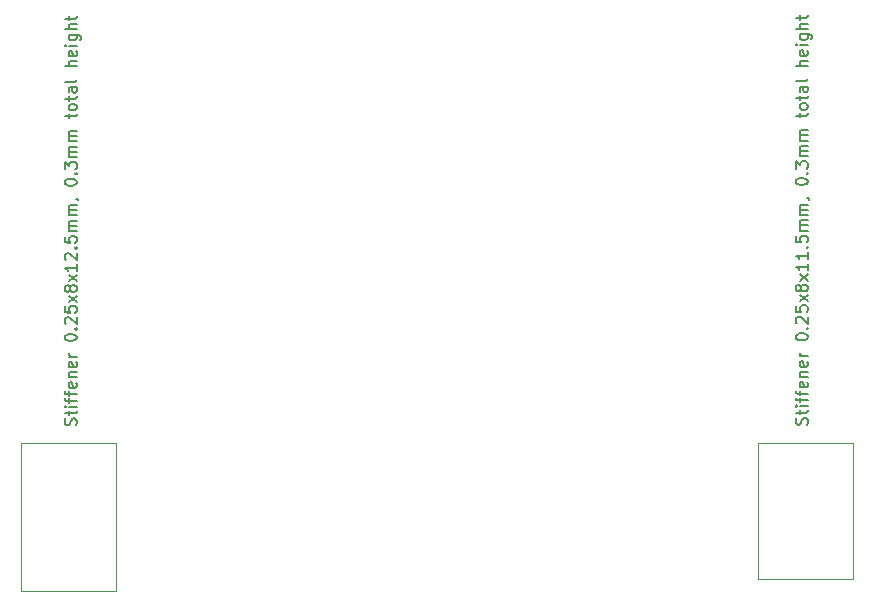
<source format=gbr>
%TF.GenerationSoftware,KiCad,Pcbnew,9.0.3-9.0.3-0~ubuntu24.04.1*%
%TF.CreationDate,2025-09-10T15:10:14+02:00*%
%TF.ProjectId,debix_rpi_22,64656269-785f-4727-9069-5f32322e6b69,rev?*%
%TF.SameCoordinates,Original*%
%TF.FileFunction,Other,ECO2*%
%FSLAX46Y46*%
G04 Gerber Fmt 4.6, Leading zero omitted, Abs format (unit mm)*
G04 Created by KiCad (PCBNEW 9.0.3-9.0.3-0~ubuntu24.04.1) date 2025-09-10 15:10:14*
%MOMM*%
%LPD*%
G01*
G04 APERTURE LIST*
%ADD10C,0.100000*%
%ADD11C,0.150000*%
G04 APERTURE END LIST*
D10*
X117800000Y-129500000D02*
X117800000Y-142000000D01*
X180200000Y-129500000D02*
X172200000Y-129500000D01*
X117800000Y-142000000D02*
X109800000Y-142000000D01*
X109800000Y-142000000D02*
X109800000Y-129500000D01*
X180200000Y-141000000D02*
X172200000Y-141000000D01*
X109800000Y-129500000D02*
X117800000Y-129500000D01*
X172200000Y-141000000D02*
X172200000Y-129500000D01*
X180200000Y-141000000D02*
X180200000Y-129500000D01*
D11*
X176322200Y-127910839D02*
X176369819Y-127767982D01*
X176369819Y-127767982D02*
X176369819Y-127529887D01*
X176369819Y-127529887D02*
X176322200Y-127434649D01*
X176322200Y-127434649D02*
X176274580Y-127387030D01*
X176274580Y-127387030D02*
X176179342Y-127339411D01*
X176179342Y-127339411D02*
X176084104Y-127339411D01*
X176084104Y-127339411D02*
X175988866Y-127387030D01*
X175988866Y-127387030D02*
X175941247Y-127434649D01*
X175941247Y-127434649D02*
X175893628Y-127529887D01*
X175893628Y-127529887D02*
X175846009Y-127720363D01*
X175846009Y-127720363D02*
X175798390Y-127815601D01*
X175798390Y-127815601D02*
X175750771Y-127863220D01*
X175750771Y-127863220D02*
X175655533Y-127910839D01*
X175655533Y-127910839D02*
X175560295Y-127910839D01*
X175560295Y-127910839D02*
X175465057Y-127863220D01*
X175465057Y-127863220D02*
X175417438Y-127815601D01*
X175417438Y-127815601D02*
X175369819Y-127720363D01*
X175369819Y-127720363D02*
X175369819Y-127482268D01*
X175369819Y-127482268D02*
X175417438Y-127339411D01*
X175703152Y-127053696D02*
X175703152Y-126672744D01*
X175369819Y-126910839D02*
X176226961Y-126910839D01*
X176226961Y-126910839D02*
X176322200Y-126863220D01*
X176322200Y-126863220D02*
X176369819Y-126767982D01*
X176369819Y-126767982D02*
X176369819Y-126672744D01*
X176369819Y-126339410D02*
X175703152Y-126339410D01*
X175369819Y-126339410D02*
X175417438Y-126387029D01*
X175417438Y-126387029D02*
X175465057Y-126339410D01*
X175465057Y-126339410D02*
X175417438Y-126291791D01*
X175417438Y-126291791D02*
X175369819Y-126339410D01*
X175369819Y-126339410D02*
X175465057Y-126339410D01*
X175703152Y-126006077D02*
X175703152Y-125625125D01*
X176369819Y-125863220D02*
X175512676Y-125863220D01*
X175512676Y-125863220D02*
X175417438Y-125815601D01*
X175417438Y-125815601D02*
X175369819Y-125720363D01*
X175369819Y-125720363D02*
X175369819Y-125625125D01*
X175703152Y-125434648D02*
X175703152Y-125053696D01*
X176369819Y-125291791D02*
X175512676Y-125291791D01*
X175512676Y-125291791D02*
X175417438Y-125244172D01*
X175417438Y-125244172D02*
X175369819Y-125148934D01*
X175369819Y-125148934D02*
X175369819Y-125053696D01*
X176322200Y-124339410D02*
X176369819Y-124434648D01*
X176369819Y-124434648D02*
X176369819Y-124625124D01*
X176369819Y-124625124D02*
X176322200Y-124720362D01*
X176322200Y-124720362D02*
X176226961Y-124767981D01*
X176226961Y-124767981D02*
X175846009Y-124767981D01*
X175846009Y-124767981D02*
X175750771Y-124720362D01*
X175750771Y-124720362D02*
X175703152Y-124625124D01*
X175703152Y-124625124D02*
X175703152Y-124434648D01*
X175703152Y-124434648D02*
X175750771Y-124339410D01*
X175750771Y-124339410D02*
X175846009Y-124291791D01*
X175846009Y-124291791D02*
X175941247Y-124291791D01*
X175941247Y-124291791D02*
X176036485Y-124767981D01*
X175703152Y-123863219D02*
X176369819Y-123863219D01*
X175798390Y-123863219D02*
X175750771Y-123815600D01*
X175750771Y-123815600D02*
X175703152Y-123720362D01*
X175703152Y-123720362D02*
X175703152Y-123577505D01*
X175703152Y-123577505D02*
X175750771Y-123482267D01*
X175750771Y-123482267D02*
X175846009Y-123434648D01*
X175846009Y-123434648D02*
X176369819Y-123434648D01*
X176322200Y-122577505D02*
X176369819Y-122672743D01*
X176369819Y-122672743D02*
X176369819Y-122863219D01*
X176369819Y-122863219D02*
X176322200Y-122958457D01*
X176322200Y-122958457D02*
X176226961Y-123006076D01*
X176226961Y-123006076D02*
X175846009Y-123006076D01*
X175846009Y-123006076D02*
X175750771Y-122958457D01*
X175750771Y-122958457D02*
X175703152Y-122863219D01*
X175703152Y-122863219D02*
X175703152Y-122672743D01*
X175703152Y-122672743D02*
X175750771Y-122577505D01*
X175750771Y-122577505D02*
X175846009Y-122529886D01*
X175846009Y-122529886D02*
X175941247Y-122529886D01*
X175941247Y-122529886D02*
X176036485Y-123006076D01*
X176369819Y-122101314D02*
X175703152Y-122101314D01*
X175893628Y-122101314D02*
X175798390Y-122053695D01*
X175798390Y-122053695D02*
X175750771Y-122006076D01*
X175750771Y-122006076D02*
X175703152Y-121910838D01*
X175703152Y-121910838D02*
X175703152Y-121815600D01*
X175369819Y-120529885D02*
X175369819Y-120434647D01*
X175369819Y-120434647D02*
X175417438Y-120339409D01*
X175417438Y-120339409D02*
X175465057Y-120291790D01*
X175465057Y-120291790D02*
X175560295Y-120244171D01*
X175560295Y-120244171D02*
X175750771Y-120196552D01*
X175750771Y-120196552D02*
X175988866Y-120196552D01*
X175988866Y-120196552D02*
X176179342Y-120244171D01*
X176179342Y-120244171D02*
X176274580Y-120291790D01*
X176274580Y-120291790D02*
X176322200Y-120339409D01*
X176322200Y-120339409D02*
X176369819Y-120434647D01*
X176369819Y-120434647D02*
X176369819Y-120529885D01*
X176369819Y-120529885D02*
X176322200Y-120625123D01*
X176322200Y-120625123D02*
X176274580Y-120672742D01*
X176274580Y-120672742D02*
X176179342Y-120720361D01*
X176179342Y-120720361D02*
X175988866Y-120767980D01*
X175988866Y-120767980D02*
X175750771Y-120767980D01*
X175750771Y-120767980D02*
X175560295Y-120720361D01*
X175560295Y-120720361D02*
X175465057Y-120672742D01*
X175465057Y-120672742D02*
X175417438Y-120625123D01*
X175417438Y-120625123D02*
X175369819Y-120529885D01*
X176274580Y-119767980D02*
X176322200Y-119720361D01*
X176322200Y-119720361D02*
X176369819Y-119767980D01*
X176369819Y-119767980D02*
X176322200Y-119815599D01*
X176322200Y-119815599D02*
X176274580Y-119767980D01*
X176274580Y-119767980D02*
X176369819Y-119767980D01*
X175465057Y-119339409D02*
X175417438Y-119291790D01*
X175417438Y-119291790D02*
X175369819Y-119196552D01*
X175369819Y-119196552D02*
X175369819Y-118958457D01*
X175369819Y-118958457D02*
X175417438Y-118863219D01*
X175417438Y-118863219D02*
X175465057Y-118815600D01*
X175465057Y-118815600D02*
X175560295Y-118767981D01*
X175560295Y-118767981D02*
X175655533Y-118767981D01*
X175655533Y-118767981D02*
X175798390Y-118815600D01*
X175798390Y-118815600D02*
X176369819Y-119387028D01*
X176369819Y-119387028D02*
X176369819Y-118767981D01*
X175369819Y-117863219D02*
X175369819Y-118339409D01*
X175369819Y-118339409D02*
X175846009Y-118387028D01*
X175846009Y-118387028D02*
X175798390Y-118339409D01*
X175798390Y-118339409D02*
X175750771Y-118244171D01*
X175750771Y-118244171D02*
X175750771Y-118006076D01*
X175750771Y-118006076D02*
X175798390Y-117910838D01*
X175798390Y-117910838D02*
X175846009Y-117863219D01*
X175846009Y-117863219D02*
X175941247Y-117815600D01*
X175941247Y-117815600D02*
X176179342Y-117815600D01*
X176179342Y-117815600D02*
X176274580Y-117863219D01*
X176274580Y-117863219D02*
X176322200Y-117910838D01*
X176322200Y-117910838D02*
X176369819Y-118006076D01*
X176369819Y-118006076D02*
X176369819Y-118244171D01*
X176369819Y-118244171D02*
X176322200Y-118339409D01*
X176322200Y-118339409D02*
X176274580Y-118387028D01*
X176369819Y-117482266D02*
X175703152Y-116958457D01*
X175703152Y-117482266D02*
X176369819Y-116958457D01*
X175798390Y-116434647D02*
X175750771Y-116529885D01*
X175750771Y-116529885D02*
X175703152Y-116577504D01*
X175703152Y-116577504D02*
X175607914Y-116625123D01*
X175607914Y-116625123D02*
X175560295Y-116625123D01*
X175560295Y-116625123D02*
X175465057Y-116577504D01*
X175465057Y-116577504D02*
X175417438Y-116529885D01*
X175417438Y-116529885D02*
X175369819Y-116434647D01*
X175369819Y-116434647D02*
X175369819Y-116244171D01*
X175369819Y-116244171D02*
X175417438Y-116148933D01*
X175417438Y-116148933D02*
X175465057Y-116101314D01*
X175465057Y-116101314D02*
X175560295Y-116053695D01*
X175560295Y-116053695D02*
X175607914Y-116053695D01*
X175607914Y-116053695D02*
X175703152Y-116101314D01*
X175703152Y-116101314D02*
X175750771Y-116148933D01*
X175750771Y-116148933D02*
X175798390Y-116244171D01*
X175798390Y-116244171D02*
X175798390Y-116434647D01*
X175798390Y-116434647D02*
X175846009Y-116529885D01*
X175846009Y-116529885D02*
X175893628Y-116577504D01*
X175893628Y-116577504D02*
X175988866Y-116625123D01*
X175988866Y-116625123D02*
X176179342Y-116625123D01*
X176179342Y-116625123D02*
X176274580Y-116577504D01*
X176274580Y-116577504D02*
X176322200Y-116529885D01*
X176322200Y-116529885D02*
X176369819Y-116434647D01*
X176369819Y-116434647D02*
X176369819Y-116244171D01*
X176369819Y-116244171D02*
X176322200Y-116148933D01*
X176322200Y-116148933D02*
X176274580Y-116101314D01*
X176274580Y-116101314D02*
X176179342Y-116053695D01*
X176179342Y-116053695D02*
X175988866Y-116053695D01*
X175988866Y-116053695D02*
X175893628Y-116101314D01*
X175893628Y-116101314D02*
X175846009Y-116148933D01*
X175846009Y-116148933D02*
X175798390Y-116244171D01*
X176369819Y-115720361D02*
X175703152Y-115196552D01*
X175703152Y-115720361D02*
X176369819Y-115196552D01*
X176369819Y-114291790D02*
X176369819Y-114863218D01*
X176369819Y-114577504D02*
X175369819Y-114577504D01*
X175369819Y-114577504D02*
X175512676Y-114672742D01*
X175512676Y-114672742D02*
X175607914Y-114767980D01*
X175607914Y-114767980D02*
X175655533Y-114863218D01*
X176369819Y-113339409D02*
X176369819Y-113910837D01*
X176369819Y-113625123D02*
X175369819Y-113625123D01*
X175369819Y-113625123D02*
X175512676Y-113720361D01*
X175512676Y-113720361D02*
X175607914Y-113815599D01*
X175607914Y-113815599D02*
X175655533Y-113910837D01*
X176274580Y-112910837D02*
X176322200Y-112863218D01*
X176322200Y-112863218D02*
X176369819Y-112910837D01*
X176369819Y-112910837D02*
X176322200Y-112958456D01*
X176322200Y-112958456D02*
X176274580Y-112910837D01*
X176274580Y-112910837D02*
X176369819Y-112910837D01*
X175369819Y-111958457D02*
X175369819Y-112434647D01*
X175369819Y-112434647D02*
X175846009Y-112482266D01*
X175846009Y-112482266D02*
X175798390Y-112434647D01*
X175798390Y-112434647D02*
X175750771Y-112339409D01*
X175750771Y-112339409D02*
X175750771Y-112101314D01*
X175750771Y-112101314D02*
X175798390Y-112006076D01*
X175798390Y-112006076D02*
X175846009Y-111958457D01*
X175846009Y-111958457D02*
X175941247Y-111910838D01*
X175941247Y-111910838D02*
X176179342Y-111910838D01*
X176179342Y-111910838D02*
X176274580Y-111958457D01*
X176274580Y-111958457D02*
X176322200Y-112006076D01*
X176322200Y-112006076D02*
X176369819Y-112101314D01*
X176369819Y-112101314D02*
X176369819Y-112339409D01*
X176369819Y-112339409D02*
X176322200Y-112434647D01*
X176322200Y-112434647D02*
X176274580Y-112482266D01*
X176369819Y-111482266D02*
X175703152Y-111482266D01*
X175798390Y-111482266D02*
X175750771Y-111434647D01*
X175750771Y-111434647D02*
X175703152Y-111339409D01*
X175703152Y-111339409D02*
X175703152Y-111196552D01*
X175703152Y-111196552D02*
X175750771Y-111101314D01*
X175750771Y-111101314D02*
X175846009Y-111053695D01*
X175846009Y-111053695D02*
X176369819Y-111053695D01*
X175846009Y-111053695D02*
X175750771Y-111006076D01*
X175750771Y-111006076D02*
X175703152Y-110910838D01*
X175703152Y-110910838D02*
X175703152Y-110767981D01*
X175703152Y-110767981D02*
X175750771Y-110672742D01*
X175750771Y-110672742D02*
X175846009Y-110625123D01*
X175846009Y-110625123D02*
X176369819Y-110625123D01*
X176369819Y-110148933D02*
X175703152Y-110148933D01*
X175798390Y-110148933D02*
X175750771Y-110101314D01*
X175750771Y-110101314D02*
X175703152Y-110006076D01*
X175703152Y-110006076D02*
X175703152Y-109863219D01*
X175703152Y-109863219D02*
X175750771Y-109767981D01*
X175750771Y-109767981D02*
X175846009Y-109720362D01*
X175846009Y-109720362D02*
X176369819Y-109720362D01*
X175846009Y-109720362D02*
X175750771Y-109672743D01*
X175750771Y-109672743D02*
X175703152Y-109577505D01*
X175703152Y-109577505D02*
X175703152Y-109434648D01*
X175703152Y-109434648D02*
X175750771Y-109339409D01*
X175750771Y-109339409D02*
X175846009Y-109291790D01*
X175846009Y-109291790D02*
X176369819Y-109291790D01*
X176322200Y-108767981D02*
X176369819Y-108767981D01*
X176369819Y-108767981D02*
X176465057Y-108815600D01*
X176465057Y-108815600D02*
X176512676Y-108863219D01*
X175369819Y-107387029D02*
X175369819Y-107291791D01*
X175369819Y-107291791D02*
X175417438Y-107196553D01*
X175417438Y-107196553D02*
X175465057Y-107148934D01*
X175465057Y-107148934D02*
X175560295Y-107101315D01*
X175560295Y-107101315D02*
X175750771Y-107053696D01*
X175750771Y-107053696D02*
X175988866Y-107053696D01*
X175988866Y-107053696D02*
X176179342Y-107101315D01*
X176179342Y-107101315D02*
X176274580Y-107148934D01*
X176274580Y-107148934D02*
X176322200Y-107196553D01*
X176322200Y-107196553D02*
X176369819Y-107291791D01*
X176369819Y-107291791D02*
X176369819Y-107387029D01*
X176369819Y-107387029D02*
X176322200Y-107482267D01*
X176322200Y-107482267D02*
X176274580Y-107529886D01*
X176274580Y-107529886D02*
X176179342Y-107577505D01*
X176179342Y-107577505D02*
X175988866Y-107625124D01*
X175988866Y-107625124D02*
X175750771Y-107625124D01*
X175750771Y-107625124D02*
X175560295Y-107577505D01*
X175560295Y-107577505D02*
X175465057Y-107529886D01*
X175465057Y-107529886D02*
X175417438Y-107482267D01*
X175417438Y-107482267D02*
X175369819Y-107387029D01*
X176274580Y-106625124D02*
X176322200Y-106577505D01*
X176322200Y-106577505D02*
X176369819Y-106625124D01*
X176369819Y-106625124D02*
X176322200Y-106672743D01*
X176322200Y-106672743D02*
X176274580Y-106625124D01*
X176274580Y-106625124D02*
X176369819Y-106625124D01*
X175369819Y-106244172D02*
X175369819Y-105625125D01*
X175369819Y-105625125D02*
X175750771Y-105958458D01*
X175750771Y-105958458D02*
X175750771Y-105815601D01*
X175750771Y-105815601D02*
X175798390Y-105720363D01*
X175798390Y-105720363D02*
X175846009Y-105672744D01*
X175846009Y-105672744D02*
X175941247Y-105625125D01*
X175941247Y-105625125D02*
X176179342Y-105625125D01*
X176179342Y-105625125D02*
X176274580Y-105672744D01*
X176274580Y-105672744D02*
X176322200Y-105720363D01*
X176322200Y-105720363D02*
X176369819Y-105815601D01*
X176369819Y-105815601D02*
X176369819Y-106101315D01*
X176369819Y-106101315D02*
X176322200Y-106196553D01*
X176322200Y-106196553D02*
X176274580Y-106244172D01*
X176369819Y-105196553D02*
X175703152Y-105196553D01*
X175798390Y-105196553D02*
X175750771Y-105148934D01*
X175750771Y-105148934D02*
X175703152Y-105053696D01*
X175703152Y-105053696D02*
X175703152Y-104910839D01*
X175703152Y-104910839D02*
X175750771Y-104815601D01*
X175750771Y-104815601D02*
X175846009Y-104767982D01*
X175846009Y-104767982D02*
X176369819Y-104767982D01*
X175846009Y-104767982D02*
X175750771Y-104720363D01*
X175750771Y-104720363D02*
X175703152Y-104625125D01*
X175703152Y-104625125D02*
X175703152Y-104482268D01*
X175703152Y-104482268D02*
X175750771Y-104387029D01*
X175750771Y-104387029D02*
X175846009Y-104339410D01*
X175846009Y-104339410D02*
X176369819Y-104339410D01*
X176369819Y-103863220D02*
X175703152Y-103863220D01*
X175798390Y-103863220D02*
X175750771Y-103815601D01*
X175750771Y-103815601D02*
X175703152Y-103720363D01*
X175703152Y-103720363D02*
X175703152Y-103577506D01*
X175703152Y-103577506D02*
X175750771Y-103482268D01*
X175750771Y-103482268D02*
X175846009Y-103434649D01*
X175846009Y-103434649D02*
X176369819Y-103434649D01*
X175846009Y-103434649D02*
X175750771Y-103387030D01*
X175750771Y-103387030D02*
X175703152Y-103291792D01*
X175703152Y-103291792D02*
X175703152Y-103148935D01*
X175703152Y-103148935D02*
X175750771Y-103053696D01*
X175750771Y-103053696D02*
X175846009Y-103006077D01*
X175846009Y-103006077D02*
X176369819Y-103006077D01*
X175703152Y-101910839D02*
X175703152Y-101529887D01*
X175369819Y-101767982D02*
X176226961Y-101767982D01*
X176226961Y-101767982D02*
X176322200Y-101720363D01*
X176322200Y-101720363D02*
X176369819Y-101625125D01*
X176369819Y-101625125D02*
X176369819Y-101529887D01*
X176369819Y-101053696D02*
X176322200Y-101148934D01*
X176322200Y-101148934D02*
X176274580Y-101196553D01*
X176274580Y-101196553D02*
X176179342Y-101244172D01*
X176179342Y-101244172D02*
X175893628Y-101244172D01*
X175893628Y-101244172D02*
X175798390Y-101196553D01*
X175798390Y-101196553D02*
X175750771Y-101148934D01*
X175750771Y-101148934D02*
X175703152Y-101053696D01*
X175703152Y-101053696D02*
X175703152Y-100910839D01*
X175703152Y-100910839D02*
X175750771Y-100815601D01*
X175750771Y-100815601D02*
X175798390Y-100767982D01*
X175798390Y-100767982D02*
X175893628Y-100720363D01*
X175893628Y-100720363D02*
X176179342Y-100720363D01*
X176179342Y-100720363D02*
X176274580Y-100767982D01*
X176274580Y-100767982D02*
X176322200Y-100815601D01*
X176322200Y-100815601D02*
X176369819Y-100910839D01*
X176369819Y-100910839D02*
X176369819Y-101053696D01*
X175703152Y-100434648D02*
X175703152Y-100053696D01*
X175369819Y-100291791D02*
X176226961Y-100291791D01*
X176226961Y-100291791D02*
X176322200Y-100244172D01*
X176322200Y-100244172D02*
X176369819Y-100148934D01*
X176369819Y-100148934D02*
X176369819Y-100053696D01*
X176369819Y-99291791D02*
X175846009Y-99291791D01*
X175846009Y-99291791D02*
X175750771Y-99339410D01*
X175750771Y-99339410D02*
X175703152Y-99434648D01*
X175703152Y-99434648D02*
X175703152Y-99625124D01*
X175703152Y-99625124D02*
X175750771Y-99720362D01*
X176322200Y-99291791D02*
X176369819Y-99387029D01*
X176369819Y-99387029D02*
X176369819Y-99625124D01*
X176369819Y-99625124D02*
X176322200Y-99720362D01*
X176322200Y-99720362D02*
X176226961Y-99767981D01*
X176226961Y-99767981D02*
X176131723Y-99767981D01*
X176131723Y-99767981D02*
X176036485Y-99720362D01*
X176036485Y-99720362D02*
X175988866Y-99625124D01*
X175988866Y-99625124D02*
X175988866Y-99387029D01*
X175988866Y-99387029D02*
X175941247Y-99291791D01*
X176369819Y-98672743D02*
X176322200Y-98767981D01*
X176322200Y-98767981D02*
X176226961Y-98815600D01*
X176226961Y-98815600D02*
X175369819Y-98815600D01*
X176369819Y-97529885D02*
X175369819Y-97529885D01*
X176369819Y-97101314D02*
X175846009Y-97101314D01*
X175846009Y-97101314D02*
X175750771Y-97148933D01*
X175750771Y-97148933D02*
X175703152Y-97244171D01*
X175703152Y-97244171D02*
X175703152Y-97387028D01*
X175703152Y-97387028D02*
X175750771Y-97482266D01*
X175750771Y-97482266D02*
X175798390Y-97529885D01*
X176322200Y-96244171D02*
X176369819Y-96339409D01*
X176369819Y-96339409D02*
X176369819Y-96529885D01*
X176369819Y-96529885D02*
X176322200Y-96625123D01*
X176322200Y-96625123D02*
X176226961Y-96672742D01*
X176226961Y-96672742D02*
X175846009Y-96672742D01*
X175846009Y-96672742D02*
X175750771Y-96625123D01*
X175750771Y-96625123D02*
X175703152Y-96529885D01*
X175703152Y-96529885D02*
X175703152Y-96339409D01*
X175703152Y-96339409D02*
X175750771Y-96244171D01*
X175750771Y-96244171D02*
X175846009Y-96196552D01*
X175846009Y-96196552D02*
X175941247Y-96196552D01*
X175941247Y-96196552D02*
X176036485Y-96672742D01*
X176369819Y-95767980D02*
X175703152Y-95767980D01*
X175369819Y-95767980D02*
X175417438Y-95815599D01*
X175417438Y-95815599D02*
X175465057Y-95767980D01*
X175465057Y-95767980D02*
X175417438Y-95720361D01*
X175417438Y-95720361D02*
X175369819Y-95767980D01*
X175369819Y-95767980D02*
X175465057Y-95767980D01*
X175703152Y-94863219D02*
X176512676Y-94863219D01*
X176512676Y-94863219D02*
X176607914Y-94910838D01*
X176607914Y-94910838D02*
X176655533Y-94958457D01*
X176655533Y-94958457D02*
X176703152Y-95053695D01*
X176703152Y-95053695D02*
X176703152Y-95196552D01*
X176703152Y-95196552D02*
X176655533Y-95291790D01*
X176322200Y-94863219D02*
X176369819Y-94958457D01*
X176369819Y-94958457D02*
X176369819Y-95148933D01*
X176369819Y-95148933D02*
X176322200Y-95244171D01*
X176322200Y-95244171D02*
X176274580Y-95291790D01*
X176274580Y-95291790D02*
X176179342Y-95339409D01*
X176179342Y-95339409D02*
X175893628Y-95339409D01*
X175893628Y-95339409D02*
X175798390Y-95291790D01*
X175798390Y-95291790D02*
X175750771Y-95244171D01*
X175750771Y-95244171D02*
X175703152Y-95148933D01*
X175703152Y-95148933D02*
X175703152Y-94958457D01*
X175703152Y-94958457D02*
X175750771Y-94863219D01*
X176369819Y-94387028D02*
X175369819Y-94387028D01*
X176369819Y-93958457D02*
X175846009Y-93958457D01*
X175846009Y-93958457D02*
X175750771Y-94006076D01*
X175750771Y-94006076D02*
X175703152Y-94101314D01*
X175703152Y-94101314D02*
X175703152Y-94244171D01*
X175703152Y-94244171D02*
X175750771Y-94339409D01*
X175750771Y-94339409D02*
X175798390Y-94387028D01*
X175703152Y-93625123D02*
X175703152Y-93244171D01*
X175369819Y-93482266D02*
X176226961Y-93482266D01*
X176226961Y-93482266D02*
X176322200Y-93434647D01*
X176322200Y-93434647D02*
X176369819Y-93339409D01*
X176369819Y-93339409D02*
X176369819Y-93244171D01*
X114422200Y-127960839D02*
X114469819Y-127817982D01*
X114469819Y-127817982D02*
X114469819Y-127579887D01*
X114469819Y-127579887D02*
X114422200Y-127484649D01*
X114422200Y-127484649D02*
X114374580Y-127437030D01*
X114374580Y-127437030D02*
X114279342Y-127389411D01*
X114279342Y-127389411D02*
X114184104Y-127389411D01*
X114184104Y-127389411D02*
X114088866Y-127437030D01*
X114088866Y-127437030D02*
X114041247Y-127484649D01*
X114041247Y-127484649D02*
X113993628Y-127579887D01*
X113993628Y-127579887D02*
X113946009Y-127770363D01*
X113946009Y-127770363D02*
X113898390Y-127865601D01*
X113898390Y-127865601D02*
X113850771Y-127913220D01*
X113850771Y-127913220D02*
X113755533Y-127960839D01*
X113755533Y-127960839D02*
X113660295Y-127960839D01*
X113660295Y-127960839D02*
X113565057Y-127913220D01*
X113565057Y-127913220D02*
X113517438Y-127865601D01*
X113517438Y-127865601D02*
X113469819Y-127770363D01*
X113469819Y-127770363D02*
X113469819Y-127532268D01*
X113469819Y-127532268D02*
X113517438Y-127389411D01*
X113803152Y-127103696D02*
X113803152Y-126722744D01*
X113469819Y-126960839D02*
X114326961Y-126960839D01*
X114326961Y-126960839D02*
X114422200Y-126913220D01*
X114422200Y-126913220D02*
X114469819Y-126817982D01*
X114469819Y-126817982D02*
X114469819Y-126722744D01*
X114469819Y-126389410D02*
X113803152Y-126389410D01*
X113469819Y-126389410D02*
X113517438Y-126437029D01*
X113517438Y-126437029D02*
X113565057Y-126389410D01*
X113565057Y-126389410D02*
X113517438Y-126341791D01*
X113517438Y-126341791D02*
X113469819Y-126389410D01*
X113469819Y-126389410D02*
X113565057Y-126389410D01*
X113803152Y-126056077D02*
X113803152Y-125675125D01*
X114469819Y-125913220D02*
X113612676Y-125913220D01*
X113612676Y-125913220D02*
X113517438Y-125865601D01*
X113517438Y-125865601D02*
X113469819Y-125770363D01*
X113469819Y-125770363D02*
X113469819Y-125675125D01*
X113803152Y-125484648D02*
X113803152Y-125103696D01*
X114469819Y-125341791D02*
X113612676Y-125341791D01*
X113612676Y-125341791D02*
X113517438Y-125294172D01*
X113517438Y-125294172D02*
X113469819Y-125198934D01*
X113469819Y-125198934D02*
X113469819Y-125103696D01*
X114422200Y-124389410D02*
X114469819Y-124484648D01*
X114469819Y-124484648D02*
X114469819Y-124675124D01*
X114469819Y-124675124D02*
X114422200Y-124770362D01*
X114422200Y-124770362D02*
X114326961Y-124817981D01*
X114326961Y-124817981D02*
X113946009Y-124817981D01*
X113946009Y-124817981D02*
X113850771Y-124770362D01*
X113850771Y-124770362D02*
X113803152Y-124675124D01*
X113803152Y-124675124D02*
X113803152Y-124484648D01*
X113803152Y-124484648D02*
X113850771Y-124389410D01*
X113850771Y-124389410D02*
X113946009Y-124341791D01*
X113946009Y-124341791D02*
X114041247Y-124341791D01*
X114041247Y-124341791D02*
X114136485Y-124817981D01*
X113803152Y-123913219D02*
X114469819Y-123913219D01*
X113898390Y-123913219D02*
X113850771Y-123865600D01*
X113850771Y-123865600D02*
X113803152Y-123770362D01*
X113803152Y-123770362D02*
X113803152Y-123627505D01*
X113803152Y-123627505D02*
X113850771Y-123532267D01*
X113850771Y-123532267D02*
X113946009Y-123484648D01*
X113946009Y-123484648D02*
X114469819Y-123484648D01*
X114422200Y-122627505D02*
X114469819Y-122722743D01*
X114469819Y-122722743D02*
X114469819Y-122913219D01*
X114469819Y-122913219D02*
X114422200Y-123008457D01*
X114422200Y-123008457D02*
X114326961Y-123056076D01*
X114326961Y-123056076D02*
X113946009Y-123056076D01*
X113946009Y-123056076D02*
X113850771Y-123008457D01*
X113850771Y-123008457D02*
X113803152Y-122913219D01*
X113803152Y-122913219D02*
X113803152Y-122722743D01*
X113803152Y-122722743D02*
X113850771Y-122627505D01*
X113850771Y-122627505D02*
X113946009Y-122579886D01*
X113946009Y-122579886D02*
X114041247Y-122579886D01*
X114041247Y-122579886D02*
X114136485Y-123056076D01*
X114469819Y-122151314D02*
X113803152Y-122151314D01*
X113993628Y-122151314D02*
X113898390Y-122103695D01*
X113898390Y-122103695D02*
X113850771Y-122056076D01*
X113850771Y-122056076D02*
X113803152Y-121960838D01*
X113803152Y-121960838D02*
X113803152Y-121865600D01*
X113469819Y-120579885D02*
X113469819Y-120484647D01*
X113469819Y-120484647D02*
X113517438Y-120389409D01*
X113517438Y-120389409D02*
X113565057Y-120341790D01*
X113565057Y-120341790D02*
X113660295Y-120294171D01*
X113660295Y-120294171D02*
X113850771Y-120246552D01*
X113850771Y-120246552D02*
X114088866Y-120246552D01*
X114088866Y-120246552D02*
X114279342Y-120294171D01*
X114279342Y-120294171D02*
X114374580Y-120341790D01*
X114374580Y-120341790D02*
X114422200Y-120389409D01*
X114422200Y-120389409D02*
X114469819Y-120484647D01*
X114469819Y-120484647D02*
X114469819Y-120579885D01*
X114469819Y-120579885D02*
X114422200Y-120675123D01*
X114422200Y-120675123D02*
X114374580Y-120722742D01*
X114374580Y-120722742D02*
X114279342Y-120770361D01*
X114279342Y-120770361D02*
X114088866Y-120817980D01*
X114088866Y-120817980D02*
X113850771Y-120817980D01*
X113850771Y-120817980D02*
X113660295Y-120770361D01*
X113660295Y-120770361D02*
X113565057Y-120722742D01*
X113565057Y-120722742D02*
X113517438Y-120675123D01*
X113517438Y-120675123D02*
X113469819Y-120579885D01*
X114374580Y-119817980D02*
X114422200Y-119770361D01*
X114422200Y-119770361D02*
X114469819Y-119817980D01*
X114469819Y-119817980D02*
X114422200Y-119865599D01*
X114422200Y-119865599D02*
X114374580Y-119817980D01*
X114374580Y-119817980D02*
X114469819Y-119817980D01*
X113565057Y-119389409D02*
X113517438Y-119341790D01*
X113517438Y-119341790D02*
X113469819Y-119246552D01*
X113469819Y-119246552D02*
X113469819Y-119008457D01*
X113469819Y-119008457D02*
X113517438Y-118913219D01*
X113517438Y-118913219D02*
X113565057Y-118865600D01*
X113565057Y-118865600D02*
X113660295Y-118817981D01*
X113660295Y-118817981D02*
X113755533Y-118817981D01*
X113755533Y-118817981D02*
X113898390Y-118865600D01*
X113898390Y-118865600D02*
X114469819Y-119437028D01*
X114469819Y-119437028D02*
X114469819Y-118817981D01*
X113469819Y-117913219D02*
X113469819Y-118389409D01*
X113469819Y-118389409D02*
X113946009Y-118437028D01*
X113946009Y-118437028D02*
X113898390Y-118389409D01*
X113898390Y-118389409D02*
X113850771Y-118294171D01*
X113850771Y-118294171D02*
X113850771Y-118056076D01*
X113850771Y-118056076D02*
X113898390Y-117960838D01*
X113898390Y-117960838D02*
X113946009Y-117913219D01*
X113946009Y-117913219D02*
X114041247Y-117865600D01*
X114041247Y-117865600D02*
X114279342Y-117865600D01*
X114279342Y-117865600D02*
X114374580Y-117913219D01*
X114374580Y-117913219D02*
X114422200Y-117960838D01*
X114422200Y-117960838D02*
X114469819Y-118056076D01*
X114469819Y-118056076D02*
X114469819Y-118294171D01*
X114469819Y-118294171D02*
X114422200Y-118389409D01*
X114422200Y-118389409D02*
X114374580Y-118437028D01*
X114469819Y-117532266D02*
X113803152Y-117008457D01*
X113803152Y-117532266D02*
X114469819Y-117008457D01*
X113898390Y-116484647D02*
X113850771Y-116579885D01*
X113850771Y-116579885D02*
X113803152Y-116627504D01*
X113803152Y-116627504D02*
X113707914Y-116675123D01*
X113707914Y-116675123D02*
X113660295Y-116675123D01*
X113660295Y-116675123D02*
X113565057Y-116627504D01*
X113565057Y-116627504D02*
X113517438Y-116579885D01*
X113517438Y-116579885D02*
X113469819Y-116484647D01*
X113469819Y-116484647D02*
X113469819Y-116294171D01*
X113469819Y-116294171D02*
X113517438Y-116198933D01*
X113517438Y-116198933D02*
X113565057Y-116151314D01*
X113565057Y-116151314D02*
X113660295Y-116103695D01*
X113660295Y-116103695D02*
X113707914Y-116103695D01*
X113707914Y-116103695D02*
X113803152Y-116151314D01*
X113803152Y-116151314D02*
X113850771Y-116198933D01*
X113850771Y-116198933D02*
X113898390Y-116294171D01*
X113898390Y-116294171D02*
X113898390Y-116484647D01*
X113898390Y-116484647D02*
X113946009Y-116579885D01*
X113946009Y-116579885D02*
X113993628Y-116627504D01*
X113993628Y-116627504D02*
X114088866Y-116675123D01*
X114088866Y-116675123D02*
X114279342Y-116675123D01*
X114279342Y-116675123D02*
X114374580Y-116627504D01*
X114374580Y-116627504D02*
X114422200Y-116579885D01*
X114422200Y-116579885D02*
X114469819Y-116484647D01*
X114469819Y-116484647D02*
X114469819Y-116294171D01*
X114469819Y-116294171D02*
X114422200Y-116198933D01*
X114422200Y-116198933D02*
X114374580Y-116151314D01*
X114374580Y-116151314D02*
X114279342Y-116103695D01*
X114279342Y-116103695D02*
X114088866Y-116103695D01*
X114088866Y-116103695D02*
X113993628Y-116151314D01*
X113993628Y-116151314D02*
X113946009Y-116198933D01*
X113946009Y-116198933D02*
X113898390Y-116294171D01*
X114469819Y-115770361D02*
X113803152Y-115246552D01*
X113803152Y-115770361D02*
X114469819Y-115246552D01*
X114469819Y-114341790D02*
X114469819Y-114913218D01*
X114469819Y-114627504D02*
X113469819Y-114627504D01*
X113469819Y-114627504D02*
X113612676Y-114722742D01*
X113612676Y-114722742D02*
X113707914Y-114817980D01*
X113707914Y-114817980D02*
X113755533Y-114913218D01*
X113565057Y-113960837D02*
X113517438Y-113913218D01*
X113517438Y-113913218D02*
X113469819Y-113817980D01*
X113469819Y-113817980D02*
X113469819Y-113579885D01*
X113469819Y-113579885D02*
X113517438Y-113484647D01*
X113517438Y-113484647D02*
X113565057Y-113437028D01*
X113565057Y-113437028D02*
X113660295Y-113389409D01*
X113660295Y-113389409D02*
X113755533Y-113389409D01*
X113755533Y-113389409D02*
X113898390Y-113437028D01*
X113898390Y-113437028D02*
X114469819Y-114008456D01*
X114469819Y-114008456D02*
X114469819Y-113389409D01*
X114374580Y-112960837D02*
X114422200Y-112913218D01*
X114422200Y-112913218D02*
X114469819Y-112960837D01*
X114469819Y-112960837D02*
X114422200Y-113008456D01*
X114422200Y-113008456D02*
X114374580Y-112960837D01*
X114374580Y-112960837D02*
X114469819Y-112960837D01*
X113469819Y-112008457D02*
X113469819Y-112484647D01*
X113469819Y-112484647D02*
X113946009Y-112532266D01*
X113946009Y-112532266D02*
X113898390Y-112484647D01*
X113898390Y-112484647D02*
X113850771Y-112389409D01*
X113850771Y-112389409D02*
X113850771Y-112151314D01*
X113850771Y-112151314D02*
X113898390Y-112056076D01*
X113898390Y-112056076D02*
X113946009Y-112008457D01*
X113946009Y-112008457D02*
X114041247Y-111960838D01*
X114041247Y-111960838D02*
X114279342Y-111960838D01*
X114279342Y-111960838D02*
X114374580Y-112008457D01*
X114374580Y-112008457D02*
X114422200Y-112056076D01*
X114422200Y-112056076D02*
X114469819Y-112151314D01*
X114469819Y-112151314D02*
X114469819Y-112389409D01*
X114469819Y-112389409D02*
X114422200Y-112484647D01*
X114422200Y-112484647D02*
X114374580Y-112532266D01*
X114469819Y-111532266D02*
X113803152Y-111532266D01*
X113898390Y-111532266D02*
X113850771Y-111484647D01*
X113850771Y-111484647D02*
X113803152Y-111389409D01*
X113803152Y-111389409D02*
X113803152Y-111246552D01*
X113803152Y-111246552D02*
X113850771Y-111151314D01*
X113850771Y-111151314D02*
X113946009Y-111103695D01*
X113946009Y-111103695D02*
X114469819Y-111103695D01*
X113946009Y-111103695D02*
X113850771Y-111056076D01*
X113850771Y-111056076D02*
X113803152Y-110960838D01*
X113803152Y-110960838D02*
X113803152Y-110817981D01*
X113803152Y-110817981D02*
X113850771Y-110722742D01*
X113850771Y-110722742D02*
X113946009Y-110675123D01*
X113946009Y-110675123D02*
X114469819Y-110675123D01*
X114469819Y-110198933D02*
X113803152Y-110198933D01*
X113898390Y-110198933D02*
X113850771Y-110151314D01*
X113850771Y-110151314D02*
X113803152Y-110056076D01*
X113803152Y-110056076D02*
X113803152Y-109913219D01*
X113803152Y-109913219D02*
X113850771Y-109817981D01*
X113850771Y-109817981D02*
X113946009Y-109770362D01*
X113946009Y-109770362D02*
X114469819Y-109770362D01*
X113946009Y-109770362D02*
X113850771Y-109722743D01*
X113850771Y-109722743D02*
X113803152Y-109627505D01*
X113803152Y-109627505D02*
X113803152Y-109484648D01*
X113803152Y-109484648D02*
X113850771Y-109389409D01*
X113850771Y-109389409D02*
X113946009Y-109341790D01*
X113946009Y-109341790D02*
X114469819Y-109341790D01*
X114422200Y-108817981D02*
X114469819Y-108817981D01*
X114469819Y-108817981D02*
X114565057Y-108865600D01*
X114565057Y-108865600D02*
X114612676Y-108913219D01*
X113469819Y-107437029D02*
X113469819Y-107341791D01*
X113469819Y-107341791D02*
X113517438Y-107246553D01*
X113517438Y-107246553D02*
X113565057Y-107198934D01*
X113565057Y-107198934D02*
X113660295Y-107151315D01*
X113660295Y-107151315D02*
X113850771Y-107103696D01*
X113850771Y-107103696D02*
X114088866Y-107103696D01*
X114088866Y-107103696D02*
X114279342Y-107151315D01*
X114279342Y-107151315D02*
X114374580Y-107198934D01*
X114374580Y-107198934D02*
X114422200Y-107246553D01*
X114422200Y-107246553D02*
X114469819Y-107341791D01*
X114469819Y-107341791D02*
X114469819Y-107437029D01*
X114469819Y-107437029D02*
X114422200Y-107532267D01*
X114422200Y-107532267D02*
X114374580Y-107579886D01*
X114374580Y-107579886D02*
X114279342Y-107627505D01*
X114279342Y-107627505D02*
X114088866Y-107675124D01*
X114088866Y-107675124D02*
X113850771Y-107675124D01*
X113850771Y-107675124D02*
X113660295Y-107627505D01*
X113660295Y-107627505D02*
X113565057Y-107579886D01*
X113565057Y-107579886D02*
X113517438Y-107532267D01*
X113517438Y-107532267D02*
X113469819Y-107437029D01*
X114374580Y-106675124D02*
X114422200Y-106627505D01*
X114422200Y-106627505D02*
X114469819Y-106675124D01*
X114469819Y-106675124D02*
X114422200Y-106722743D01*
X114422200Y-106722743D02*
X114374580Y-106675124D01*
X114374580Y-106675124D02*
X114469819Y-106675124D01*
X113469819Y-106294172D02*
X113469819Y-105675125D01*
X113469819Y-105675125D02*
X113850771Y-106008458D01*
X113850771Y-106008458D02*
X113850771Y-105865601D01*
X113850771Y-105865601D02*
X113898390Y-105770363D01*
X113898390Y-105770363D02*
X113946009Y-105722744D01*
X113946009Y-105722744D02*
X114041247Y-105675125D01*
X114041247Y-105675125D02*
X114279342Y-105675125D01*
X114279342Y-105675125D02*
X114374580Y-105722744D01*
X114374580Y-105722744D02*
X114422200Y-105770363D01*
X114422200Y-105770363D02*
X114469819Y-105865601D01*
X114469819Y-105865601D02*
X114469819Y-106151315D01*
X114469819Y-106151315D02*
X114422200Y-106246553D01*
X114422200Y-106246553D02*
X114374580Y-106294172D01*
X114469819Y-105246553D02*
X113803152Y-105246553D01*
X113898390Y-105246553D02*
X113850771Y-105198934D01*
X113850771Y-105198934D02*
X113803152Y-105103696D01*
X113803152Y-105103696D02*
X113803152Y-104960839D01*
X113803152Y-104960839D02*
X113850771Y-104865601D01*
X113850771Y-104865601D02*
X113946009Y-104817982D01*
X113946009Y-104817982D02*
X114469819Y-104817982D01*
X113946009Y-104817982D02*
X113850771Y-104770363D01*
X113850771Y-104770363D02*
X113803152Y-104675125D01*
X113803152Y-104675125D02*
X113803152Y-104532268D01*
X113803152Y-104532268D02*
X113850771Y-104437029D01*
X113850771Y-104437029D02*
X113946009Y-104389410D01*
X113946009Y-104389410D02*
X114469819Y-104389410D01*
X114469819Y-103913220D02*
X113803152Y-103913220D01*
X113898390Y-103913220D02*
X113850771Y-103865601D01*
X113850771Y-103865601D02*
X113803152Y-103770363D01*
X113803152Y-103770363D02*
X113803152Y-103627506D01*
X113803152Y-103627506D02*
X113850771Y-103532268D01*
X113850771Y-103532268D02*
X113946009Y-103484649D01*
X113946009Y-103484649D02*
X114469819Y-103484649D01*
X113946009Y-103484649D02*
X113850771Y-103437030D01*
X113850771Y-103437030D02*
X113803152Y-103341792D01*
X113803152Y-103341792D02*
X113803152Y-103198935D01*
X113803152Y-103198935D02*
X113850771Y-103103696D01*
X113850771Y-103103696D02*
X113946009Y-103056077D01*
X113946009Y-103056077D02*
X114469819Y-103056077D01*
X113803152Y-101960839D02*
X113803152Y-101579887D01*
X113469819Y-101817982D02*
X114326961Y-101817982D01*
X114326961Y-101817982D02*
X114422200Y-101770363D01*
X114422200Y-101770363D02*
X114469819Y-101675125D01*
X114469819Y-101675125D02*
X114469819Y-101579887D01*
X114469819Y-101103696D02*
X114422200Y-101198934D01*
X114422200Y-101198934D02*
X114374580Y-101246553D01*
X114374580Y-101246553D02*
X114279342Y-101294172D01*
X114279342Y-101294172D02*
X113993628Y-101294172D01*
X113993628Y-101294172D02*
X113898390Y-101246553D01*
X113898390Y-101246553D02*
X113850771Y-101198934D01*
X113850771Y-101198934D02*
X113803152Y-101103696D01*
X113803152Y-101103696D02*
X113803152Y-100960839D01*
X113803152Y-100960839D02*
X113850771Y-100865601D01*
X113850771Y-100865601D02*
X113898390Y-100817982D01*
X113898390Y-100817982D02*
X113993628Y-100770363D01*
X113993628Y-100770363D02*
X114279342Y-100770363D01*
X114279342Y-100770363D02*
X114374580Y-100817982D01*
X114374580Y-100817982D02*
X114422200Y-100865601D01*
X114422200Y-100865601D02*
X114469819Y-100960839D01*
X114469819Y-100960839D02*
X114469819Y-101103696D01*
X113803152Y-100484648D02*
X113803152Y-100103696D01*
X113469819Y-100341791D02*
X114326961Y-100341791D01*
X114326961Y-100341791D02*
X114422200Y-100294172D01*
X114422200Y-100294172D02*
X114469819Y-100198934D01*
X114469819Y-100198934D02*
X114469819Y-100103696D01*
X114469819Y-99341791D02*
X113946009Y-99341791D01*
X113946009Y-99341791D02*
X113850771Y-99389410D01*
X113850771Y-99389410D02*
X113803152Y-99484648D01*
X113803152Y-99484648D02*
X113803152Y-99675124D01*
X113803152Y-99675124D02*
X113850771Y-99770362D01*
X114422200Y-99341791D02*
X114469819Y-99437029D01*
X114469819Y-99437029D02*
X114469819Y-99675124D01*
X114469819Y-99675124D02*
X114422200Y-99770362D01*
X114422200Y-99770362D02*
X114326961Y-99817981D01*
X114326961Y-99817981D02*
X114231723Y-99817981D01*
X114231723Y-99817981D02*
X114136485Y-99770362D01*
X114136485Y-99770362D02*
X114088866Y-99675124D01*
X114088866Y-99675124D02*
X114088866Y-99437029D01*
X114088866Y-99437029D02*
X114041247Y-99341791D01*
X114469819Y-98722743D02*
X114422200Y-98817981D01*
X114422200Y-98817981D02*
X114326961Y-98865600D01*
X114326961Y-98865600D02*
X113469819Y-98865600D01*
X114469819Y-97579885D02*
X113469819Y-97579885D01*
X114469819Y-97151314D02*
X113946009Y-97151314D01*
X113946009Y-97151314D02*
X113850771Y-97198933D01*
X113850771Y-97198933D02*
X113803152Y-97294171D01*
X113803152Y-97294171D02*
X113803152Y-97437028D01*
X113803152Y-97437028D02*
X113850771Y-97532266D01*
X113850771Y-97532266D02*
X113898390Y-97579885D01*
X114422200Y-96294171D02*
X114469819Y-96389409D01*
X114469819Y-96389409D02*
X114469819Y-96579885D01*
X114469819Y-96579885D02*
X114422200Y-96675123D01*
X114422200Y-96675123D02*
X114326961Y-96722742D01*
X114326961Y-96722742D02*
X113946009Y-96722742D01*
X113946009Y-96722742D02*
X113850771Y-96675123D01*
X113850771Y-96675123D02*
X113803152Y-96579885D01*
X113803152Y-96579885D02*
X113803152Y-96389409D01*
X113803152Y-96389409D02*
X113850771Y-96294171D01*
X113850771Y-96294171D02*
X113946009Y-96246552D01*
X113946009Y-96246552D02*
X114041247Y-96246552D01*
X114041247Y-96246552D02*
X114136485Y-96722742D01*
X114469819Y-95817980D02*
X113803152Y-95817980D01*
X113469819Y-95817980D02*
X113517438Y-95865599D01*
X113517438Y-95865599D02*
X113565057Y-95817980D01*
X113565057Y-95817980D02*
X113517438Y-95770361D01*
X113517438Y-95770361D02*
X113469819Y-95817980D01*
X113469819Y-95817980D02*
X113565057Y-95817980D01*
X113803152Y-94913219D02*
X114612676Y-94913219D01*
X114612676Y-94913219D02*
X114707914Y-94960838D01*
X114707914Y-94960838D02*
X114755533Y-95008457D01*
X114755533Y-95008457D02*
X114803152Y-95103695D01*
X114803152Y-95103695D02*
X114803152Y-95246552D01*
X114803152Y-95246552D02*
X114755533Y-95341790D01*
X114422200Y-94913219D02*
X114469819Y-95008457D01*
X114469819Y-95008457D02*
X114469819Y-95198933D01*
X114469819Y-95198933D02*
X114422200Y-95294171D01*
X114422200Y-95294171D02*
X114374580Y-95341790D01*
X114374580Y-95341790D02*
X114279342Y-95389409D01*
X114279342Y-95389409D02*
X113993628Y-95389409D01*
X113993628Y-95389409D02*
X113898390Y-95341790D01*
X113898390Y-95341790D02*
X113850771Y-95294171D01*
X113850771Y-95294171D02*
X113803152Y-95198933D01*
X113803152Y-95198933D02*
X113803152Y-95008457D01*
X113803152Y-95008457D02*
X113850771Y-94913219D01*
X114469819Y-94437028D02*
X113469819Y-94437028D01*
X114469819Y-94008457D02*
X113946009Y-94008457D01*
X113946009Y-94008457D02*
X113850771Y-94056076D01*
X113850771Y-94056076D02*
X113803152Y-94151314D01*
X113803152Y-94151314D02*
X113803152Y-94294171D01*
X113803152Y-94294171D02*
X113850771Y-94389409D01*
X113850771Y-94389409D02*
X113898390Y-94437028D01*
X113803152Y-93675123D02*
X113803152Y-93294171D01*
X113469819Y-93532266D02*
X114326961Y-93532266D01*
X114326961Y-93532266D02*
X114422200Y-93484647D01*
X114422200Y-93484647D02*
X114469819Y-93389409D01*
X114469819Y-93389409D02*
X114469819Y-93294171D01*
M02*

</source>
